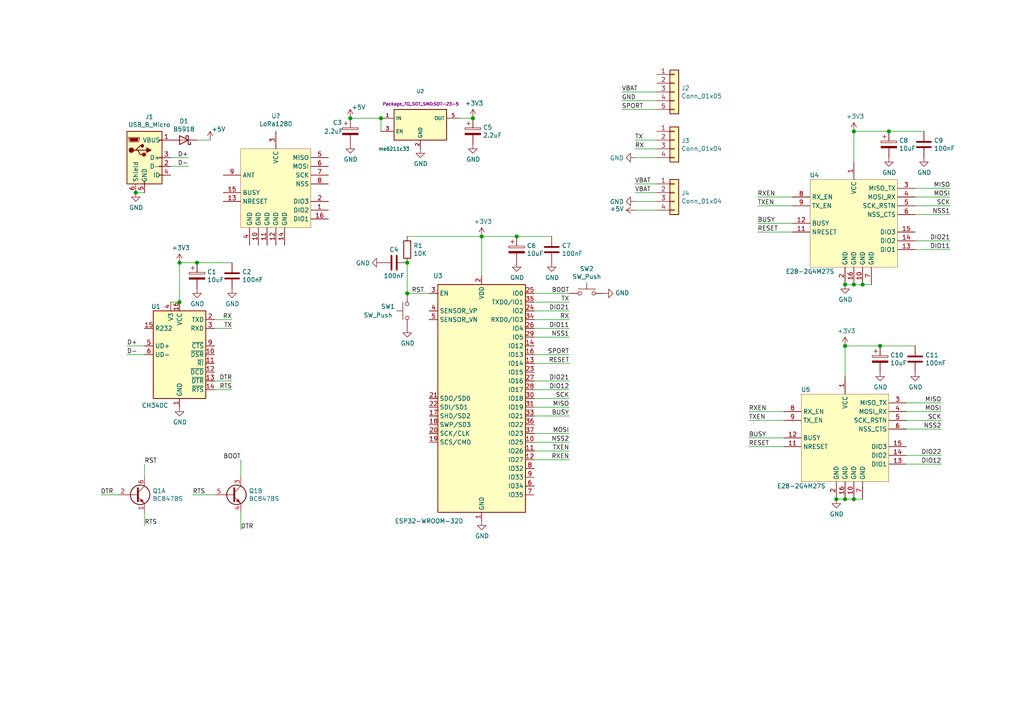
<source format=kicad_sch>
(kicad_sch (version 20200820) (host eeschema "(5.99.0-2965-g3673c23696)")
  (page 1 1)
  (paper "A4")
  (lib_symbols
    (symbol "Connector:USB_B_Micro"
      (property "Reference" "J" (at -5.08 11.43 0))
      (property "Value" "USB_B_Micro" (at -5.08 8.89 0))
      (symbol "USB_B_Micro_0_1"
        (circle (center -3.81 2.159) (radius 0.635) (stroke (width 0.254)) (fill (type outline)))
        (circle (center -0.635 3.429) (radius 0.381) (stroke (width 0.254)) (fill (type outline)))
        (rectangle (start -5.08 -7.62) (end 5.08 7.62) (stroke (width 0.254)) (fill (type background)))
        (rectangle (start -0.127 -7.62) (end 0.127 -6.858))
        (rectangle (start 0.254 1.27) (end -0.508 0.508) (stroke (width 0.254)) (fill (type outline)))
        (rectangle (start 5.08 -5.207) (end 4.318 -4.953))
        (rectangle (start 5.08 -2.667) (end 4.318 -2.413))
        (rectangle (start 5.08 -0.127) (end 4.318 0.127))
        (rectangle (start 5.08 4.953) (end 4.318 5.207))
        (polyline (pts (xy -1.905 2.159) (xy 0.635 2.159)) (stroke (width 0.254)))
        (polyline (pts (xy -3.175 2.159) (xy -2.54 2.159) (xy -1.27 3.429) (xy -0.635 3.429)) (stroke (width 0.254)))
        (polyline (pts (xy -2.54 2.159) (xy -1.905 2.159) (xy -1.27 0.889) (xy 0 0.889)) (stroke (width 0.254)))
        (polyline (pts (xy 0.635 2.794) (xy 0.635 1.524) (xy 1.905 2.159) (xy 0.635 2.794)) (stroke (width 0.254)) (fill (type outline)))
        (polyline (pts (xy -4.318 5.588) (xy -1.778 5.588) (xy -2.032 4.826) (xy -4.064 4.826) (xy -4.318 5.588)) (fill (type outline)))
        (polyline (pts (xy -4.699 5.842) (xy -4.699 5.588) (xy -4.445 4.826) (xy -4.445 4.572) (xy -1.651 4.572) (xy -1.651 4.826) (xy -1.397 5.588) (xy -1.397 5.842) (xy -4.699 5.842)))
      )
      (symbol "USB_B_Micro_1_1"
        (pin power_out line (at 7.62 5.08 180) (length 2.54) (name "VBUS") (number "1"))
        (pin passive line (at 7.62 -2.54 180) (length 2.54) (name "D-") (number "2"))
        (pin passive line (at 7.62 0 180) (length 2.54) (name "D+") (number "3"))
        (pin passive line (at 7.62 -5.08 180) (length 2.54) (name "ID") (number "4"))
        (pin power_out line (at 0 -10.16 90) (length 2.54) (name "GND") (number "5"))
        (pin passive line (at -2.54 -10.16 90) (length 2.54) (name "Shield") (number "6"))
      )
    )
    (symbol "Connector_Generic:Conn_01x04" (pin_names hide)
      (property "Reference" "J" (at 0 5.08 0))
      (property "Value" "Conn_01x04" (at 0 -7.62 0))
      (symbol "Conn_01x04_1_1"
        (rectangle (start -1.27 -4.953) (end 0 -5.207) (stroke (width 0.1524)))
        (rectangle (start -1.27 -2.413) (end 0 -2.667) (stroke (width 0.1524)))
        (rectangle (start -1.27 2.667) (end 0 2.413) (stroke (width 0.1524)))
        (rectangle (start -1.27 3.81) (end 1.27 -6.35) (stroke (width 0.254)) (fill (type background)))
        (rectangle (start -1.27 0.127) (end 0 -0.127) (stroke (width 0.1524)))
        (pin passive line (at -5.08 2.54 0) (length 3.81) (name "Pin_1") (number "1"))
        (pin passive line (at -5.08 0 0) (length 3.81) (name "Pin_2") (number "2"))
        (pin passive line (at -5.08 -2.54 0) (length 3.81) (name "Pin_3") (number "3"))
        (pin passive line (at -5.08 -5.08 0) (length 3.81) (name "Pin_4") (number "4"))
      )
    )
    (symbol "Connector_Generic:Conn_01x05" (pin_names hide)
      (property "Reference" "J" (at 0 7.62 0))
      (property "Value" "Conn_01x05" (at 0 -7.62 0))
      (symbol "Conn_01x05_1_1"
        (rectangle (start -1.27 -4.953) (end 0 -5.207) (stroke (width 0.1524)))
        (rectangle (start -1.27 -2.413) (end 0 -2.667) (stroke (width 0.1524)))
        (rectangle (start -1.27 2.667) (end 0 2.413) (stroke (width 0.1524)))
        (rectangle (start -1.27 5.207) (end 0 4.953) (stroke (width 0.1524)))
        (rectangle (start -1.27 6.35) (end 1.27 -6.35) (stroke (width 0.254)) (fill (type background)))
        (rectangle (start -1.27 0.127) (end 0 -0.127) (stroke (width 0.1524)))
        (pin passive line (at -5.08 5.08 0) (length 3.81) (name "Pin_1") (number "1"))
        (pin passive line (at -5.08 2.54 0) (length 3.81) (name "Pin_2") (number "2"))
        (pin passive line (at -5.08 0 0) (length 3.81) (name "Pin_3") (number "3"))
        (pin passive line (at -5.08 -2.54 0) (length 3.81) (name "Pin_4") (number "4"))
        (pin passive line (at -5.08 -5.08 0) (length 3.81) (name "Pin_5") (number "5"))
      )
    )
    (symbol "ELRS_lib:E28-2G4M27S"
      (property "Reference" "U" (at -10.16 12.065 0))
      (property "Value" "E28-2G4M27S" (at -12.7 -17.78 0))
      (symbol "E28-2G4M27S_0_1"
        (rectangle (start -12.7 10.16) (end 12.7 -15.24) (stroke (width 0.001)) (fill (type background)))
      )
      (symbol "E28-2G4M27S_1_1"
        (pin input line (at 0 15.24 270) (length 5.08) (name "VCC") (number "1"))
        (pin input line (at -2.54 -20.32 90) (length 5.08) (name "GND") (number "2"))
        (pin input line (at 17.78 7.62 180) (length 5.08) (name "MISO_TX") (number "3"))
        (pin input line (at 17.78 5.08 180) (length 5.08) (name "MOSI_RX") (number "4"))
        (pin input line (at 17.78 2.54 180) (length 5.08) (name "SCK_RSTN") (number "5"))
        (pin input line (at 17.78 0 180) (length 5.08) (name "NSS_CTS") (number "6"))
        (pin input line (at 5.08 -20.32 90) (length 5.08) (name "GND") (number "7"))
        (pin input line (at -17.78 5.08 0) (length 5.08) (name "RX_EN") (number "8"))
        (pin input line (at -17.78 2.54 0) (length 5.08) (name "TX_EN") (number "9"))
        (pin input line (at 2.54 -20.32 90) (length 5.08) (name "GND") (number "10"))
        (pin input line (at -17.78 -5.08 0) (length 5.08) (name "NRESET") (number "11"))
        (pin input line (at -17.78 -2.54 0) (length 5.08) (name "BUSY") (number "12"))
        (pin input line (at 17.78 -10.16 180) (length 5.08) (name "DIO1") (number "13"))
        (pin input line (at 17.78 -7.62 180) (length 5.08) (name "DIO2") (number "14"))
        (pin input line (at 17.78 -5.08 180) (length 5.08) (name "DIO3") (number "15"))
        (pin input line (at 0 -20.32 90) (length 5.08) (name "GND") (number "16"))
      )
    )
    (symbol "ELRS_lib:LoRa1280"
      (property "Reference" "U" (at -10.16 12.7 0))
      (property "Value" "LoRa1280" (at 10.16 -15.24 0))
      (symbol "LoRa1280_0_1"
        (rectangle (start 10.16 -12.7) (end -10.16 10.16) (stroke (width 0.001)) (fill (type background)))
      )
      (symbol "LoRa1280_1_1"
        (pin input line (at 15.24 -7.62 180) (length 5.08) (name "DIO2") (number "1"))
        (pin input line (at 15.24 -5.08 180) (length 5.08) (name "DIO3") (number "2"))
        (pin input line (at 0 15.24 270) (length 5.08) (name "VCC") (number "3"))
        (pin input line (at 15.24 7.62 180) (length 5.08) (name "MISO") (number "5"))
        (pin input line (at 15.24 5.08 180) (length 5.08) (name "MOSI") (number "6"))
        (pin input line (at 15.24 2.54 180) (length 5.08) (name "SCK") (number "7"))
        (pin input line (at 15.24 0 180) (length 5.08) (name "NSS") (number "8"))
        (pin input line (at -15.24 2.54 0) (length 5.08) (name "ANT") (number "9"))
        (pin input line (at -7.62 -17.78 90) (length 5.08) (name "GND") (number "4"))
        (pin input line (at -5.08 -17.78 90) (length 5.08) (name "GND") (number "10"))
        (pin input line (at -2.54 -17.78 90) (length 5.08) (name "GND") (number "11"))
        (pin input line (at 0 -17.78 90) (length 5.08) (name "GND") (number "12"))
        (pin input line (at 2.54 -17.78 90) (length 5.08) (name "GND") (number "14"))
        (pin input line (at -15.24 -5.08 0) (length 5.08) (name "NRESET") (number "13"))
        (pin input line (at -15.24 -2.54 0) (length 5.08) (name "BUSY") (number "15"))
        (pin input line (at 15.24 -10.16 180) (length 5.08) (name "DIO1") (number "16"))
      )
    )
    (symbol "Interface_USB:CH340C" (pin_names (offset 0.508))
      (property "Reference" "U" (at -5.08 13.97 0))
      (property "Value" "CH340C" (at 1.27 13.97 0))
      (symbol "CH340C_0_1"
        (rectangle (start -7.62 12.7) (end 7.62 -12.7) (stroke (width 0.254)) (fill (type background)))
      )
      (symbol "CH340C_1_1"
        (pin power_in line (at 0 -15.24 90) (length 2.54) (name "GND") (number "1"))
        (pin input line (at 10.16 0 180) (length 2.54) (name "~DSR") (number "10"))
        (pin input line (at 10.16 -2.54 180) (length 2.54) (name "~RI") (number "11"))
        (pin input line (at 10.16 -5.08 180) (length 2.54) (name "~DCD") (number "12"))
        (pin output line (at 10.16 -7.62 180) (length 2.54) (name "~DTR") (number "13"))
        (pin output line (at 10.16 -10.16 180) (length 2.54) (name "~RTS") (number "14"))
        (pin input line (at -10.16 7.62 0) (length 2.54) (name "R232") (number "15"))
        (pin power_in line (at 0 15.24 270) (length 2.54) (name "VCC") (number "16"))
        (pin output line (at 10.16 10.16 180) (length 2.54) (name "TXD") (number "2"))
        (pin input line (at 10.16 7.62 180) (length 2.54) (name "RXD") (number "3"))
        (pin passive line (at -2.54 15.24 270) (length 2.54) (name "V3") (number "4"))
        (pin bidirectional line (at -10.16 2.54 0) (length 2.54) (name "UD+") (number "5"))
        (pin bidirectional line (at -10.16 0 0) (length 2.54) (name "UD-") (number "6"))
        (pin unconnected line (at -7.62 -7.62 0) (length 2.54) hide (name "NC") (number "7"))
        (pin unconnected line (at -7.62 -10.16 0) (length 2.54) hide (name "NC") (number "8"))
        (pin input line (at 10.16 2.54 180) (length 2.54) (name "~CTS") (number "9"))
      )
    )
    (symbol "RF_Module:ESP32-WROOM-32D" (pin_names (offset 0.508))
      (property "Reference" "U" (at -12.7 34.29 0))
      (property "Value" "ESP32-WROOM-32D" (at 1.27 34.29 0))
      (symbol "ESP32-WROOM-32D_0_1"
        (rectangle (start -12.7 33.02) (end 12.7 -33.02) (stroke (width 0.254)) (fill (type background)))
      )
      (symbol "ESP32-WROOM-32D_1_1"
        (pin power_in line (at 0 -35.56 90) (length 2.54) (name "GND") (number "1"))
        (pin bidirectional line (at 15.24 -12.7 180) (length 2.54) (name "IO25") (number "10"))
        (pin bidirectional line (at 15.24 -15.24 180) (length 2.54) (name "IO26") (number "11"))
        (pin bidirectional line (at 15.24 -17.78 180) (length 2.54) (name "IO27") (number "12"))
        (pin bidirectional line (at 15.24 10.16 180) (length 2.54) (name "IO14") (number "13"))
        (pin bidirectional line (at 15.24 15.24 180) (length 2.54) (name "IO12") (number "14"))
        (pin passive line (at 0 -35.56 90) (length 2.54) hide (name "GND") (number "15"))
        (pin bidirectional line (at 15.24 12.7 180) (length 2.54) (name "IO13") (number "16"))
        (pin bidirectional line (at -15.24 -5.08 0) (length 2.54) (name "SHD/SD2") (number "17"))
        (pin bidirectional line (at -15.24 -7.62 0) (length 2.54) (name "SWP/SD3") (number "18"))
        (pin bidirectional line (at -15.24 -12.7 0) (length 2.54) (name "SCS/CMD") (number "19"))
        (pin power_in line (at 0 35.56 270) (length 2.54) (name "VDD") (number "2"))
        (pin bidirectional line (at -15.24 -10.16 0) (length 2.54) (name "SCK/CLK") (number "20"))
        (pin bidirectional line (at -15.24 0 0) (length 2.54) (name "SDO/SD0") (number "21"))
        (pin bidirectional line (at -15.24 -2.54 0) (length 2.54) (name "SDI/SD1") (number "22"))
        (pin bidirectional line (at 15.24 7.62 180) (length 2.54) (name "IO15") (number "23"))
        (pin bidirectional line (at 15.24 25.4 180) (length 2.54) (name "IO2") (number "24"))
        (pin bidirectional line (at 15.24 30.48 180) (length 2.54) (name "IO0") (number "25"))
        (pin bidirectional line (at 15.24 20.32 180) (length 2.54) (name "IO4") (number "26"))
        (pin bidirectional line (at 15.24 5.08 180) (length 2.54) (name "IO16") (number "27"))
        (pin bidirectional line (at 15.24 2.54 180) (length 2.54) (name "IO17") (number "28"))
        (pin bidirectional line (at 15.24 17.78 180) (length 2.54) (name "IO5") (number "29"))
        (pin input line (at -15.24 30.48 0) (length 2.54) (name "EN") (number "3"))
        (pin bidirectional line (at 15.24 0 180) (length 2.54) (name "IO18") (number "30"))
        (pin bidirectional line (at 15.24 -2.54 180) (length 2.54) (name "IO19") (number "31"))
        (pin unconnected line (at -12.7 -27.94 0) (length 2.54) hide (name "NC") (number "32"))
        (pin bidirectional line (at 15.24 -5.08 180) (length 2.54) (name "IO21") (number "33"))
        (pin bidirectional line (at 15.24 22.86 180) (length 2.54) (name "RXD0/IO3") (number "34"))
        (pin bidirectional line (at 15.24 27.94 180) (length 2.54) (name "TXD0/IO1") (number "35"))
        (pin bidirectional line (at 15.24 -7.62 180) (length 2.54) (name "IO22") (number "36"))
        (pin bidirectional line (at 15.24 -10.16 180) (length 2.54) (name "IO23") (number "37"))
        (pin passive line (at 0 -35.56 90) (length 2.54) hide (name "GND") (number "38"))
        (pin passive line (at 0 -35.56 90) (length 2.54) hide (name "GND") (number "39"))
        (pin input line (at -15.24 25.4 0) (length 2.54) (name "SENSOR_VP") (number "4"))
        (pin input line (at -15.24 22.86 0) (length 2.54) (name "SENSOR_VN") (number "5"))
        (pin input line (at 15.24 -25.4 180) (length 2.54) (name "IO34") (number "6"))
        (pin input line (at 15.24 -27.94 180) (length 2.54) (name "IO35") (number "7"))
        (pin bidirectional line (at 15.24 -20.32 180) (length 2.54) (name "IO32") (number "8"))
        (pin bidirectional line (at 15.24 -22.86 180) (length 2.54) (name "IO33") (number "9"))
      )
    )
    (symbol "Switch:SW_Push" (pin_numbers hide) (pin_names hide)
      (property "Reference" "SW" (at 1.27 2.54 0))
      (property "Value" "SW_Push" (at 0 -1.524 0))
      (symbol "SW_Push_0_1"
        (circle (center -2.032 0) (radius 0.508))
        (circle (center 2.032 0) (radius 0.508))
        (polyline (pts (xy 0 1.27) (xy 0 3.048)))
        (polyline (pts (xy 2.54 1.27) (xy -2.54 1.27)))
        (pin passive line (at -5.08 0 0) (length 2.54) (name "1") (number "1"))
        (pin passive line (at 5.08 0 180) (length 2.54) (name "2") (number "2"))
      )
    )
    (symbol "Transistor_BJT:BC847BS" (pin_names (offset 0) hide)
      (property "Reference" "Q" (at 5.08 1.27 0))
      (property "Value" "BC847BS" (at 5.08 -1.27 0))
      (symbol "BC847BS_0_1"
        (circle (center 1.27 0) (radius 2.8194) (stroke (width 0.254)))
        (polyline (pts (xy 0.635 0) (xy -2.54 0)))
        (polyline (pts (xy 0.635 0.635) (xy 2.54 2.54)))
        (polyline (pts (xy 0.635 -0.635) (xy 2.54 -2.54) (xy 2.54 -2.54)))
        (polyline (pts (xy 0.635 1.905) (xy 0.635 -1.905) (xy 0.635 -1.905)) (stroke (width 0.508)))
        (polyline (pts (xy 1.27 -1.778) (xy 1.778 -1.27) (xy 2.286 -2.286) (xy 1.27 -1.778) (xy 1.27 -1.778)) (fill (type outline)))
      )
      (symbol "BC847BS_1_1"
        (pin passive line (at 2.54 -5.08 90) (length 2.54) (name "E1") (number "1"))
        (pin input line (at -5.08 0 0) (length 2.54) (name "B1") (number "2"))
        (pin passive line (at 2.54 5.08 270) (length 2.54) (name "C1") (number "6"))
      )
      (symbol "BC847BS_2_1"
        (pin passive line (at 2.54 5.08 270) (length 2.54) (name "C2") (number "3"))
        (pin passive line (at 2.54 -5.08 90) (length 2.54) (name "E2") (number "4"))
        (pin input line (at -5.08 0 0) (length 2.54) (name "B2") (number "5"))
      )
    )
    (symbol "device:C" (pin_numbers hide) (pin_names (offset 0.254))
      (property "Reference" "C" (at 0.635 2.54 0))
      (property "Value" "C" (at 0.635 -2.54 0))
      (symbol "C_0_1"
        (polyline (pts (xy -2.032 -0.762) (xy 2.032 -0.762)) (stroke (width 0.508)))
        (polyline (pts (xy -2.032 0.762) (xy 2.032 0.762)) (stroke (width 0.508)))
      )
      (symbol "C_1_1"
        (pin passive line (at 0 3.81 270) (length 2.794) (name "~") (number "1"))
        (pin passive line (at 0 -3.81 90) (length 2.794) (name "~") (number "2"))
      )
    )
    (symbol "device:CP" (pin_numbers hide) (pin_names (offset 0.254))
      (property "Reference" "C" (at 0.635 2.54 0))
      (property "Value" "CP" (at 0.635 -2.54 0))
      (symbol "CP_0_1"
        (rectangle (start -2.286 0.508) (end 2.286 1.016))
        (rectangle (start 2.286 -0.508) (end -2.286 -1.016) (fill (type outline)))
        (polyline (pts (xy -1.778 2.286) (xy -0.762 2.286)))
        (polyline (pts (xy -1.27 2.794) (xy -1.27 1.778)))
      )
      (symbol "CP_1_1"
        (pin passive line (at 0 3.81 270) (length 2.794) (name "~") (number "1"))
        (pin passive line (at 0 -3.81 90) (length 2.794) (name "~") (number "2"))
      )
    )
    (symbol "device:D_Schottky" (pin_numbers hide) (pin_names hide)
      (property "Reference" "D" (at 0 2.54 0))
      (property "Value" "D_Schottky" (at 0 -2.54 0))
      (symbol "D_Schottky_0_1"
        (polyline (pts (xy 1.27 0) (xy -1.27 0)))
        (polyline (pts (xy 1.27 1.27) (xy 1.27 -1.27) (xy -1.27 0) (xy 1.27 1.27)) (stroke (width 0.254)))
        (polyline (pts (xy -1.905 0.635) (xy -1.905 1.27) (xy -1.27 1.27) (xy -1.27 -1.27) (xy -0.635 -1.27) (xy -0.635 -0.635)) (stroke (width 0.254)))
      )
      (symbol "D_Schottky_1_1"
        (pin passive line (at -3.81 0 0) (length 2.54) (name "K") (number "1"))
        (pin passive line (at 3.81 0 180) (length 2.54) (name "A") (number "2"))
      )
    )
    (symbol "device:R" (pin_numbers hide) (pin_names (offset 0))
      (property "Reference" "R" (at 2.032 0 90))
      (property "Value" "R" (at 0 0 90))
      (symbol "R_0_1"
        (rectangle (start -1.016 -2.54) (end 1.016 2.54) (stroke (width 0.254)))
      )
      (symbol "R_1_1"
        (pin passive line (at 0 3.81 270) (length 1.27) (name "~") (number "1"))
        (pin passive line (at 0 -3.81 90) (length 1.27) (name "~") (number "2"))
      )
    )
    (symbol "power:+3V3" (power) (pin_names (offset 0))
      (property "Value" "+3V3" (at 0 3.556 0))
      (symbol "+3V3_0_1"
        (polyline (pts (xy -0.762 1.27) (xy 0 2.54)))
        (polyline (pts (xy 0 0) (xy 0 2.54)))
        (polyline (pts (xy 0 2.54) (xy 0.762 1.27)))
      )
      (symbol "+3V3_1_1"
        (pin power_in line (at 0 0 90) (length 0) hide (name "+3V3") (number "1"))
      )
    )
    (symbol "power:+5V" (power) (pin_names (offset 0))
      (property "Value" "+5V" (at 0 3.556 0))
      (symbol "+5V_0_1"
        (polyline (pts (xy -0.762 1.27) (xy 0 2.54)))
        (polyline (pts (xy 0 0) (xy 0 2.54)))
        (polyline (pts (xy 0 2.54) (xy 0.762 1.27)))
      )
      (symbol "+5V_1_1"
        (pin power_in line (at 0 0 90) (length 0) hide (name "+5V") (number "1"))
      )
    )
    (symbol "power:GND" (power) (pin_names (offset 0))
      (property "Value" "GND" (at 0 -3.81 0))
      (symbol "GND_0_1"
        (polyline (pts (xy 0 0) (xy 0 -1.27) (xy 1.27 -1.27) (xy 0 -2.54) (xy -1.27 -1.27) (xy 0 -1.27)))
      )
      (symbol "GND_1_1"
        (pin power_in line (at 0 0 270) (length 0) hide (name "GND") (number "1"))
      )
    )
    (symbol "regul:TLV70012DDC"
      (property "Reference" "U" (at -6.35 5.08 0))
      (property "Value" "TLV70012DDC" (at 2.54 5.08 0))
      (property "Footprint" "SOT-23-5" (at 0 2.54 0))
      (property "Datasheet" "http://www.ti.com/lit/ds/symlink/tlv70025.pdf" (at 0 0 0))
      (symbol "TLV70012DDC_0_1"
        (rectangle (start -7.62 3.81) (end 7.62 -5.08) (stroke (width 0.254)) (fill (type background)))
      )
      (symbol "TLV70012DDC_1_1"
        (pin input line (at -11.43 1.27 0) (length 3.81) (name "IN") (number "1"))
        (pin power_in line (at 0 -7.62 90) (length 2.54) (name "GND") (number "2"))
        (pin input line (at -11.43 -2.54 0) (length 3.81) (name "EN") (number "3"))
        (pin power_out line (at 11.43 1.27 180) (length 3.81) (name "OUT") (number "5"))
      )
    )
  )
  (junction (at 39.37 55.88) (diameter 1.016))
  (junction (at 52.07 76.2) (diameter 1.016))
  (junction (at 52.07 87.63) (diameter 1.016))
  (junction (at 57.15 76.2) (diameter 1.016))
  (junction (at 101.6 34.29) (diameter 1.016))
  (junction (at 110.49 34.29) (diameter 1.016))
  (junction (at 118.11 76.2) (diameter 1.016))
  (junction (at 118.11 85.09) (diameter 1.016))
  (junction (at 137.16 34.29) (diameter 1.016))
  (junction (at 139.7 68.58) (diameter 1.016))
  (junction (at 149.86 68.58) (diameter 1.016))
  (junction (at 242.57 144.78) (diameter 1.016))
  (junction (at 245.11 82.55) (diameter 1.016))
  (junction (at 245.11 100.33) (diameter 1.016))
  (junction (at 245.11 144.78) (diameter 1.016))
  (junction (at 247.65 38.1) (diameter 1.016))
  (junction (at 247.65 82.55) (diameter 1.016))
  (junction (at 247.65 144.78) (diameter 1.016))
  (junction (at 250.19 82.55) (diameter 1.016))
  (junction (at 255.27 100.33) (diameter 1.016))
  (junction (at 257.81 38.1) (diameter 1.016))
  (wire (pts (xy 34.29 143.51) (xy 29.21 143.51)))
  (wire (pts (xy 39.37 55.88) (xy 41.91 55.88)))
  (wire (pts (xy 41.91 100.33) (xy 36.83 100.33)))
  (wire (pts (xy 41.91 102.87) (xy 36.83 102.87)))
  (wire (pts (xy 41.91 134.62) (xy 41.91 138.43)))
  (wire (pts (xy 41.91 148.59) (xy 41.91 152.4)))
  (wire (pts (xy 49.53 45.72) (xy 54.61 45.72)))
  (wire (pts (xy 49.53 48.26) (xy 54.61 48.26)))
  (wire (pts (xy 49.53 87.63) (xy 52.07 87.63)))
  (wire (pts (xy 52.07 76.2) (xy 52.07 87.63)))
  (wire (pts (xy 52.07 76.2) (xy 57.15 76.2)))
  (wire (pts (xy 55.88 143.51) (xy 62.23 143.51)))
  (wire (pts (xy 57.15 40.64) (xy 60.96 40.64)))
  (wire (pts (xy 57.15 76.2) (xy 67.31 76.2)))
  (wire (pts (xy 62.23 92.71) (xy 67.31 92.71)))
  (wire (pts (xy 62.23 95.25) (xy 67.31 95.25)))
  (wire (pts (xy 62.23 110.49) (xy 67.31 110.49)))
  (wire (pts (xy 62.23 113.03) (xy 67.31 113.03)))
  (wire (pts (xy 69.85 133.35) (xy 69.85 138.43)))
  (wire (pts (xy 69.85 148.59) (xy 69.85 153.67)))
  (wire (pts (xy 101.6 34.29) (xy 110.49 34.29)))
  (wire (pts (xy 110.49 34.29) (xy 110.49 38.1)))
  (wire (pts (xy 118.11 68.58) (xy 139.7 68.58)))
  (wire (pts (xy 118.11 76.2) (xy 118.11 85.09)))
  (wire (pts (xy 118.11 85.09) (xy 124.46 85.09)))
  (wire (pts (xy 133.35 34.29) (xy 137.16 34.29)))
  (wire (pts (xy 139.7 68.58) (xy 139.7 80.01)))
  (wire (pts (xy 139.7 68.58) (xy 149.86 68.58)))
  (wire (pts (xy 149.86 68.58) (xy 160.02 68.58)))
  (wire (pts (xy 154.94 85.09) (xy 165.1 85.09)))
  (wire (pts (xy 154.94 87.63) (xy 165.1 87.63)))
  (wire (pts (xy 154.94 90.17) (xy 165.1 90.17)))
  (wire (pts (xy 154.94 92.71) (xy 165.1 92.71)))
  (wire (pts (xy 154.94 95.25) (xy 165.1 95.25)))
  (wire (pts (xy 154.94 97.79) (xy 165.1 97.79)))
  (wire (pts (xy 154.94 102.87) (xy 165.1 102.87)))
  (wire (pts (xy 154.94 105.41) (xy 165.1 105.41)))
  (wire (pts (xy 154.94 110.49) (xy 165.1 110.49)))
  (wire (pts (xy 154.94 113.03) (xy 165.1 113.03)))
  (wire (pts (xy 154.94 115.57) (xy 165.1 115.57)))
  (wire (pts (xy 154.94 118.11) (xy 165.1 118.11)))
  (wire (pts (xy 154.94 120.65) (xy 165.1 120.65)))
  (wire (pts (xy 154.94 125.73) (xy 165.1 125.73)))
  (wire (pts (xy 154.94 128.27) (xy 165.1 128.27)))
  (wire (pts (xy 154.94 130.81) (xy 165.1 130.81)))
  (wire (pts (xy 154.94 133.35) (xy 165.1 133.35)))
  (wire (pts (xy 180.34 26.67) (xy 190.5 26.67)))
  (wire (pts (xy 180.34 29.21) (xy 190.5 29.21)))
  (wire (pts (xy 180.34 31.75) (xy 190.5 31.75)))
  (wire (pts (xy 184.15 40.64) (xy 190.5 40.64)))
  (wire (pts (xy 184.15 43.18) (xy 190.5 43.18)))
  (wire (pts (xy 184.15 45.72) (xy 190.5 45.72)))
  (wire (pts (xy 184.15 53.34) (xy 190.5 53.34)))
  (wire (pts (xy 184.15 55.88) (xy 190.5 55.88)))
  (wire (pts (xy 184.15 58.42) (xy 190.5 58.42)))
  (wire (pts (xy 184.15 60.96) (xy 190.5 60.96)))
  (wire (pts (xy 227.33 119.38) (xy 217.17 119.38)))
  (wire (pts (xy 227.33 121.92) (xy 217.17 121.92)))
  (wire (pts (xy 227.33 127) (xy 217.17 127)))
  (wire (pts (xy 227.33 129.54) (xy 217.17 129.54)))
  (wire (pts (xy 229.87 57.15) (xy 219.71 57.15)))
  (wire (pts (xy 229.87 59.69) (xy 219.71 59.69)))
  (wire (pts (xy 229.87 64.77) (xy 219.71 64.77)))
  (wire (pts (xy 229.87 67.31) (xy 219.71 67.31)))
  (wire (pts (xy 242.57 144.78) (xy 245.11 144.78)))
  (wire (pts (xy 245.11 82.55) (xy 247.65 82.55)))
  (wire (pts (xy 245.11 100.33) (xy 245.11 109.22)))
  (wire (pts (xy 245.11 100.33) (xy 255.27 100.33)))
  (wire (pts (xy 245.11 144.78) (xy 247.65 144.78)))
  (wire (pts (xy 247.65 38.1) (xy 247.65 46.99)))
  (wire (pts (xy 247.65 38.1) (xy 257.81 38.1)))
  (wire (pts (xy 247.65 82.55) (xy 250.19 82.55)))
  (wire (pts (xy 247.65 144.78) (xy 250.19 144.78)))
  (wire (pts (xy 250.19 82.55) (xy 252.73 82.55)))
  (wire (pts (xy 255.27 100.33) (xy 265.43 100.33)))
  (wire (pts (xy 257.81 38.1) (xy 267.97 38.1)))
  (wire (pts (xy 262.89 116.84) (xy 273.05 116.84)))
  (wire (pts (xy 262.89 119.38) (xy 273.05 119.38)))
  (wire (pts (xy 262.89 121.92) (xy 273.05 121.92)))
  (wire (pts (xy 262.89 124.46) (xy 273.05 124.46)))
  (wire (pts (xy 262.89 132.08) (xy 273.05 132.08)))
  (wire (pts (xy 262.89 134.62) (xy 273.05 134.62)))
  (wire (pts (xy 265.43 54.61) (xy 275.59 54.61)))
  (wire (pts (xy 265.43 57.15) (xy 275.59 57.15)))
  (wire (pts (xy 265.43 59.69) (xy 275.59 59.69)))
  (wire (pts (xy 265.43 62.23) (xy 275.59 62.23)))
  (wire (pts (xy 265.43 69.85) (xy 275.59 69.85)))
  (wire (pts (xy 265.43 72.39) (xy 275.59 72.39)))
  (label "DTR" (at 29.21 143.51 0))
  (label "D+" (at 36.83 100.33 0))
  (label "D-" (at 36.83 102.87 0))
  (label "RST" (at 41.91 134.62 0))
  (label "RTS" (at 41.91 152.4 0))
  (label "D+" (at 54.61 45.72 180))
  (label "D-" (at 54.61 48.26 180))
  (label "RTS" (at 55.88 143.51 0))
  (label "RX" (at 67.31 92.71 180))
  (label "TX" (at 67.31 95.25 180))
  (label "DTR" (at 67.31 110.49 180))
  (label "RTS" (at 67.31 113.03 180))
  (label "BOOT" (at 69.85 133.35 180))
  (label "DTR" (at 69.85 153.67 0))
  (label "RST" (at 119.38 85.09 0))
  (label "BOOT" (at 165.1 85.09 180))
  (label "TX" (at 165.1 87.63 180))
  (label "DIO21" (at 165.1 90.17 180))
  (label "RX" (at 165.1 92.71 180))
  (label "DIO11" (at 165.1 95.25 180))
  (label "NSS1" (at 165.1 97.79 180))
  (label "SPORT" (at 165.1 102.87 180))
  (label "RESET" (at 165.1 105.41 180))
  (label "DIO21" (at 165.1 110.49 180))
  (label "DIO12" (at 165.1 113.03 180))
  (label "SCK" (at 165.1 115.57 180))
  (label "MISO" (at 165.1 118.11 180))
  (label "BUSY" (at 165.1 120.65 180))
  (label "MOSI" (at 165.1 125.73 180))
  (label "NSS2" (at 165.1 128.27 180))
  (label "TXEN" (at 165.1 130.81 180))
  (label "RXEN" (at 165.1 133.35 180))
  (label "VBAT" (at 180.34 26.67 0))
  (label "GND" (at 180.34 29.21 0))
  (label "SPORT" (at 180.34 31.75 0))
  (label "TX" (at 184.15 40.64 0))
  (label "RX" (at 184.15 43.18 0))
  (label "VBAT" (at 184.15 53.34 0))
  (label "VBAT" (at 184.15 55.88 0))
  (label "RXEN" (at 217.17 119.38 0))
  (label "TXEN" (at 217.17 121.92 0))
  (label "BUSY" (at 217.17 127 0))
  (label "RESET" (at 217.17 129.54 0))
  (label "RXEN" (at 219.71 57.15 0))
  (label "TXEN" (at 219.71 59.69 0))
  (label "BUSY" (at 219.71 64.77 0))
  (label "RESET" (at 219.71 67.31 0))
  (label "MISO" (at 273.05 116.84 180))
  (label "MOSI" (at 273.05 119.38 180))
  (label "SCK" (at 273.05 121.92 180))
  (label "NSS2" (at 273.05 124.46 180))
  (label "DIO22" (at 273.05 132.08 180))
  (label "DIO12" (at 273.05 134.62 180))
  (label "MISO" (at 275.59 54.61 180))
  (label "MOSI" (at 275.59 57.15 180))
  (label "SCK" (at 275.59 59.69 180))
  (label "NSS1" (at 275.59 62.23 180))
  (label "DIO21" (at 275.59 69.85 180))
  (label "DIO11" (at 275.59 72.39 180))
  (symbol (lib_id "power:+3V3") (at 52.07 76.2 0) (unit 1)
    (property "Reference" "#PWR02" (effects hide))
    (property "Value" "+3V3" (at 52.4383 71.8756 0))
  )
  (symbol (lib_id "power:+5V") (at 60.96 40.64 0) (unit 1)
    (property "Reference" "#PWR05" (effects hide))
    (property "Value" "+5V" (at 61.3283 37.465 0) (effects (justify left)))
  )
  (symbol (lib_id "power:+5V") (at 101.6 34.29 0) (unit 1)
    (property "Reference" "#PWR07" (effects hide))
    (property "Value" "+5V" (at 101.9683 31.115 0) (effects (justify left)))
  )
  (symbol (lib_id "power:+3V3") (at 137.16 34.29 0) (unit 1)
    (property "Reference" "#PWR012" (effects hide))
    (property "Value" "+3V3" (at 137.5283 29.9656 0))
  )
  (symbol (lib_id "power:+3V3") (at 139.7 68.58 0) (unit 1)
    (property "Reference" "#PWR014" (effects hide))
    (property "Value" "+3V3" (at 140.0683 64.2556 0))
  )
  (symbol (lib_id "power:+5V") (at 184.15 60.96 90) (unit 1)
    (property "Reference" "#PWR023" (effects hide))
    (property "Value" "+5V" (at 180.975 60.5917 90) (effects (justify left)))
  )
  (symbol (lib_id "power:+3V3") (at 245.11 100.33 0) (unit 1)
    (property "Reference" "#PWR027" (effects hide))
    (property "Value" "+3V3" (at 245.4783 96.0056 0))
  )
  (symbol (lib_id "power:+3V3") (at 247.65 38.1 0) (unit 1)
    (property "Reference" "#PWR020" (effects hide))
    (property "Value" "+3V3" (at 248.0183 33.7756 0))
  )
  (symbol (lib_id "power:GND") (at 39.37 55.88 0) (unit 1)
    (property "Reference" "#PWR01" (effects hide))
    (property "Value" "GND" (at 39.4843 60.2044 0))
  )
  (symbol (lib_id "power:GND") (at 52.07 118.11 0) (unit 1)
    (property "Reference" "#PWR03" (effects hide))
    (property "Value" "GND" (at 52.1843 122.4344 0))
  )
  (symbol (lib_id "power:GND") (at 57.15 83.82 0) (unit 1)
    (property "Reference" "#PWR04" (effects hide))
    (property "Value" "GND" (at 57.2643 88.1444 0))
  )
  (symbol (lib_id "power:GND") (at 67.31 83.82 0) (unit 1)
    (property "Reference" "#PWR06" (effects hide))
    (property "Value" "GND" (at 67.4243 88.1444 0))
  )
  (symbol (lib_id "power:GND") (at 101.6 41.91 0) (unit 1)
    (property "Reference" "#PWR08" (effects hide))
    (property "Value" "GND" (at 101.7143 46.2344 0))
  )
  (symbol (lib_id "power:GND") (at 110.49 76.2 270) (unit 1)
    (property "Reference" "#PWR09" (effects hide))
    (property "Value" "GND" (at 107.315 76.3143 90) (effects (justify right)))
  )
  (symbol (lib_id "power:GND") (at 118.11 95.25 0) (unit 1)
    (property "Reference" "#PWR010" (effects hide))
    (property "Value" "GND" (at 118.2243 99.5744 0))
  )
  (symbol (lib_id "power:GND") (at 121.92 43.18 0) (unit 1)
    (property "Reference" "#PWR011" (effects hide))
    (property "Value" "GND" (at 122.0343 47.5044 0))
  )
  (symbol (lib_id "power:GND") (at 137.16 41.91 0) (unit 1)
    (property "Reference" "#PWR013" (effects hide))
    (property "Value" "GND" (at 137.2743 46.2344 0))
  )
  (symbol (lib_id "power:GND") (at 139.7 151.13 0) (unit 1)
    (property "Reference" "#PWR015" (effects hide))
    (property "Value" "GND" (at 139.8143 155.4544 0))
  )
  (symbol (lib_id "power:GND") (at 149.86 76.2 0) (unit 1)
    (property "Reference" "#PWR016" (effects hide))
    (property "Value" "GND" (at 149.9743 80.5244 0))
  )
  (symbol (lib_id "power:GND") (at 160.02 76.2 0) (unit 1)
    (property "Reference" "#PWR017" (effects hide))
    (property "Value" "GND" (at 160.1343 80.5244 0))
  )
  (symbol (lib_id "power:GND") (at 175.26 85.09 90) (unit 1)
    (property "Reference" "#PWR018" (effects hide))
    (property "Value" "GND" (at 178.435 84.9757 90) (effects (justify right)))
  )
  (symbol (lib_id "power:GND") (at 184.15 45.72 270) (unit 1)
    (property "Reference" "#PWR021" (effects hide))
    (property "Value" "GND" (at 180.975 45.8343 90) (effects (justify right)))
  )
  (symbol (lib_id "power:GND") (at 184.15 58.42 270) (unit 1)
    (property "Reference" "#PWR022" (effects hide))
    (property "Value" "GND" (at 180.975 58.5343 90) (effects (justify right)))
  )
  (symbol (lib_id "power:GND") (at 242.57 144.78 0) (unit 1)
    (property "Reference" "#PWR026" (effects hide))
    (property "Value" "GND" (at 242.6843 149.1044 0))
  )
  (symbol (lib_id "power:GND") (at 245.11 82.55 0) (unit 1)
    (property "Reference" "#PWR019" (effects hide))
    (property "Value" "GND" (at 245.2243 86.8744 0))
  )
  (symbol (lib_id "power:GND") (at 255.27 107.95 0) (unit 1)
    (property "Reference" "#PWR028" (effects hide))
    (property "Value" "GND" (at 255.3843 112.2744 0))
  )
  (symbol (lib_id "power:GND") (at 257.81 45.72 0) (unit 1)
    (property "Reference" "#PWR024" (effects hide))
    (property "Value" "GND" (at 257.9243 50.0444 0))
  )
  (symbol (lib_id "power:GND") (at 265.43 107.95 0) (unit 1)
    (property "Reference" "#PWR029" (effects hide))
    (property "Value" "GND" (at 265.5443 112.2744 0))
  )
  (symbol (lib_id "power:GND") (at 267.97 45.72 0) (unit 1)
    (property "Reference" "#PWR025" (effects hide))
    (property "Value" "GND" (at 268.0843 50.0444 0))
  )
  (symbol (lib_id "device:R") (at 118.11 72.39 0) (unit 1)
    (property "Reference" "R1" (at 119.8881 71.2406 0) (effects (justify left)))
    (property "Value" "10K" (at 119.8881 73.5393 0) (effects (justify left)))
    (property "Footprint" "Resistor_SMD:R_0603_1608Metric_Pad1.05x0.95mm_HandSolder" (effects hide))
  )
  (symbol (lib_id "device:D_Schottky") (at 53.34 40.64 180) (unit 1)
    (property "Reference" "D1" (at 53.34 35.1598 0))
    (property "Value" "B5918" (at 53.34 37.4585 0))
    (property "Footprint" "Diode_SMD:D_SOD-323_HandSoldering" (effects hide))
  )
  (symbol (lib_id "device:CP") (at 57.15 80.01 0) (unit 1)
    (property "Reference" "C1" (at 60.0711 78.8606 0) (effects (justify left)))
    (property "Value" "10uF" (at 60.0711 81.1593 0) (effects (justify left)))
    (property "Footprint" "Capacitor_Tantalum_SMD:CP_EIA-1608-08_AVX-J_Pad1.25x1.05mm_HandSolder" (effects hide))
  )
  (symbol (lib_id "device:C") (at 67.31 80.01 0) (unit 1)
    (property "Reference" "C2" (at 70.2311 78.8606 0) (effects (justify left)))
    (property "Value" "100nF" (at 70.2311 81.1593 0) (effects (justify left)))
    (property "Footprint" "Capacitor_SMD:C_0603_1608Metric_Pad1.05x0.95mm_HandSolder" (effects hide))
  )
  (symbol (lib_id "device:CP") (at 101.6 38.1 0) (unit 1)
    (property "Reference" "C3" (at 96.52 35.56 0) (effects (justify left)))
    (property "Value" "2.2uF" (at 93.98 38.1 0) (effects (justify left)))
    (property "Footprint" "Capacitor_Tantalum_SMD:CP_EIA-1608-08_AVX-J_Pad1.25x1.05mm_HandSolder" (effects hide))
  )
  (symbol (lib_id "device:C") (at 114.3 76.2 90) (unit 1)
    (property "Reference" "C4" (at 114.3 72.39 90))
    (property "Value" "100nF" (at 114.3 80.01 90))
    (property "Footprint" "Capacitor_SMD:C_0603_1608Metric_Pad1.05x0.95mm_HandSolder" (effects hide))
  )
  (symbol (lib_id "device:CP") (at 137.16 38.1 0) (unit 1)
    (property "Reference" "C5" (at 140.0811 36.9506 0) (effects (justify left)))
    (property "Value" "2.2uF" (at 140.0811 39.2493 0) (effects (justify left)))
    (property "Footprint" "Capacitor_Tantalum_SMD:CP_EIA-1608-08_AVX-J_Pad1.25x1.05mm_HandSolder" (effects hide))
  )
  (symbol (lib_id "device:CP") (at 149.86 72.39 0) (unit 1)
    (property "Reference" "C6" (at 152.7811 71.2406 0) (effects (justify left)))
    (property "Value" "10uF" (at 152.7811 73.5393 0) (effects (justify left)))
    (property "Footprint" "Capacitor_Tantalum_SMD:CP_EIA-1608-08_AVX-J_Pad1.25x1.05mm_HandSolder" (effects hide))
  )
  (symbol (lib_id "device:C") (at 160.02 72.39 0) (unit 1)
    (property "Reference" "C7" (at 162.9411 71.2406 0) (effects (justify left)))
    (property "Value" "100nF" (at 162.9411 73.5393 0) (effects (justify left)))
    (property "Footprint" "Capacitor_SMD:C_0603_1608Metric_Pad1.05x0.95mm_HandSolder" (effects hide))
  )
  (symbol (lib_id "device:CP") (at 255.27 104.14 0) (unit 1)
    (property "Reference" "C10" (at 258.1911 102.9906 0) (effects (justify left)))
    (property "Value" "10uF" (at 258.1911 105.2893 0) (effects (justify left)))
    (property "Footprint" "Capacitor_Tantalum_SMD:CP_EIA-1608-08_AVX-J_Pad1.25x1.05mm_HandSolder" (effects hide))
  )
  (symbol (lib_id "device:CP") (at 257.81 41.91 0) (unit 1)
    (property "Reference" "C8" (at 260.7311 40.7606 0) (effects (justify left)))
    (property "Value" "10uF" (at 260.7311 43.0593 0) (effects (justify left)))
    (property "Footprint" "Capacitor_Tantalum_SMD:CP_EIA-1608-08_AVX-J_Pad1.25x1.05mm_HandSolder" (effects hide))
  )
  (symbol (lib_id "device:C") (at 265.43 104.14 0) (unit 1)
    (property "Reference" "C11" (at 268.3511 102.9906 0) (effects (justify left)))
    (property "Value" "100nF" (at 268.3511 105.2893 0) (effects (justify left)))
    (property "Footprint" "Capacitor_SMD:C_0603_1608Metric_Pad1.05x0.95mm_HandSolder" (effects hide))
  )
  (symbol (lib_id "device:C") (at 267.97 41.91 0) (unit 1)
    (property "Reference" "C9" (at 270.8911 40.7606 0) (effects (justify left)))
    (property "Value" "100nF" (at 270.8911 43.0593 0) (effects (justify left)))
    (property "Footprint" "Capacitor_SMD:C_0603_1608Metric_Pad1.05x0.95mm_HandSolder" (effects hide))
  )
  (symbol (lib_id "Switch:SW_Push") (at 118.11 90.17 90) (unit 1)
    (property "Reference" "SW1" (at 110.49 88.9 90) (effects (justify right)))
    (property "Value" "SW_Push" (at 105.41 91.44 90) (effects (justify right)))
    (property "Footprint" "Button_Switch_SMD:SW_SPST_TL3342" (effects hide))
  )
  (symbol (lib_id "Switch:SW_Push") (at 170.18 85.09 0) (unit 1)
    (property "Reference" "SW2" (at 170.18 77.9588 0))
    (property "Value" "SW_Push" (at 170.18 80.2575 0))
    (property "Footprint" "Button_Switch_SMD:SW_SPST_TL3342" (effects hide))
  )
  (symbol (lib_id "Connector_Generic:Conn_01x04") (at 195.58 40.64 0) (unit 1)
    (property "Reference" "J3" (at 197.6121 40.8114 0) (effects (justify left)))
    (property "Value" "Conn_01x04" (at 197.6121 43.1101 0) (effects (justify left)))
    (property "Footprint" "Connector_PinHeader_2.54mm:PinHeader_1x04_P2.54mm_Vertical" (effects hide))
  )
  (symbol (lib_id "Connector_Generic:Conn_01x04") (at 195.58 55.88 0) (unit 1)
    (property "Reference" "J4" (at 197.6121 56.0514 0) (effects (justify left)))
    (property "Value" "Conn_01x04" (at 197.6121 58.3501 0) (effects (justify left)))
    (property "Footprint" "Connector_PinHeader_2.54mm:PinHeader_1x04_P2.54mm_Vertical" (effects hide))
  )
  (symbol (lib_id "Connector_Generic:Conn_01x05") (at 195.58 26.67 0) (unit 1)
    (property "Reference" "J2" (at 197.6121 25.5714 0) (effects (justify left)))
    (property "Value" "Conn_01x05" (at 197.6121 27.8701 0) (effects (justify left)))
    (property "Footprint" "ELRS_lib:MOLEX_0022142054" (effects hide))
  )
  (symbol (lib_id "Transistor_BJT:BC847BS") (at 39.37 143.51 0) (unit 1)
    (property "Reference" "Q1" (at 44.2215 142.3606 0) (effects (justify left)))
    (property "Value" "BC847BS" (at 44.2215 144.6593 0) (effects (justify left)))
    (property "Footprint" "Package_TO_SOT_SMD:SOT-363_SC-70-6" (effects hide))
    (property "Datasheet" "https://assets.nexperia.com/documents/data-sheet/BC847BS.pdf" (effects hide))
  )
  (symbol (lib_id "Transistor_BJT:BC847BS") (at 67.31 143.51 0) (unit 2)
    (property "Reference" "Q1" (at 72.1615 142.3606 0) (effects (justify left)))
    (property "Value" "BC847BS" (at 72.1615 144.6593 0) (effects (justify left)))
    (property "Footprint" "Package_TO_SOT_SMD:SOT-363_SC-70-6" (effects hide))
    (property "Datasheet" "https://assets.nexperia.com/documents/data-sheet/BC847BS.pdf" (effects hide))
  )
  (symbol (lib_id "Connector:USB_B_Micro") (at 41.91 45.72 0) (unit 1)
    (property "Reference" "J1" (at 43.307 33.8898 0))
    (property "Value" "USB_B_Micro" (at 43.307 36.1885 0))
    (property "Footprint" "Connector_USB:USB_Micro-B_Wuerth_614105150721_Vertical" (effects hide))
  )
  (symbol (lib_id "regul:TLV70012DDC") (at 121.92 35.56 0) (unit 1)
    (property "Reference" "U2" (at 121.92 26.468 0) (effects (font (size 1.016 1.016))))
    (property "Value" "me6211c33" (at 114.3 43.18 0) (effects (font (size 1.016 1.016))))
    (property "Footprint" "Package_TO_SOT_SMD:SOT-23-5" (at 121.92 30.1453 0) (effects (font (size 0.889 0.889) italic)))
    (property "Datasheet" "http://www.ti.com/lit/ds/symlink/tlv70025.pdf" (effects hide))
  )
  (symbol (lib_id "Interface_USB:CH340C") (at 52.07 102.87 0) (unit 1)
    (property "Reference" "U1" (at 45.212 88.9 0))
    (property "Value" "CH340C" (at 44.958 117.602 0))
    (property "Footprint" "Package_SO:SOIC-16_3.9x9.9mm_P1.27mm" (effects hide))
    (property "Datasheet" "https://datasheet.lcsc.com/szlcsc/Jiangsu-Qin-Heng-CH340C_C84681.pdf" (effects hide))
  )
  (symbol (lib_id "ELRS_lib:LoRa1280") (at 80.01 53.34 0) (unit 1)
    (property "Reference" "U?" (at 80.01 33.6358 0))
    (property "Value" "LoRa1280" (at 80.01 35.9345 0))
  )
  (symbol (lib_id "ELRS_lib:E28-2G4M27S") (at 245.11 124.46 0) (unit 1)
    (property "Reference" "U5" (at 233.68 113.03 0))
    (property "Value" "E28-2G4M27S" (at 232.41 140.97 0))
    (property "Footprint" "ELRS_lib:E28-2G4M27S" (effects hide))
  )
  (symbol (lib_id "ELRS_lib:E28-2G4M27S") (at 247.65 62.23 0) (unit 1)
    (property "Reference" "U4" (at 236.22 50.8 0))
    (property "Value" "E28-2G4M27S" (at 234.95 78.74 0))
    (property "Footprint" "ELRS_lib:E28-2G4M27S" (effects hide))
  )
  (symbol (lib_id "RF_Module:ESP32-WROOM-32D") (at 139.7 115.57 0) (unit 1)
    (property "Reference" "U3" (at 127 80.01 0))
    (property "Value" "ESP32-WROOM-32D" (at 124.46 151.13 0))
    (property "Footprint" "RF_Module:ESP32-WROOM-32" (effects hide))
    (property "Datasheet" "https://www.espressif.com/sites/default/files/documentation/esp32-wroom-32d_esp32-wroom-32u_datasheet_en.pdf" (effects hide))
  )
)
</source>
